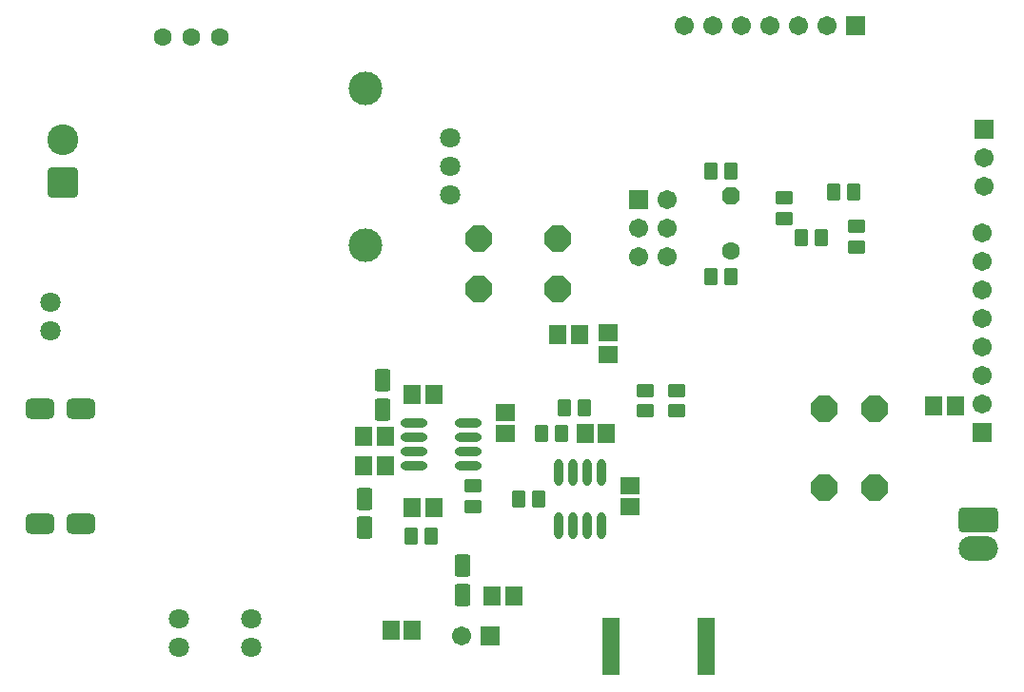
<source format=gbs>
G04 Layer_Color=16711935*
%FSLAX25Y25*%
%MOIN*%
G70*
G01*
G75*
%ADD83R,0.06706X0.05918*%
%ADD84R,0.05918X0.06706*%
%ADD88O,0.13800X0.08800*%
G04:AMPARAMS|DCode=89|XSize=138mil|YSize=88mil|CornerRadius=14mil|HoleSize=0mil|Usage=FLASHONLY|Rotation=0.000|XOffset=0mil|YOffset=0mil|HoleType=Round|Shape=RoundedRectangle|*
%AMROUNDEDRECTD89*
21,1,0.13800,0.06000,0,0,0.0*
21,1,0.11000,0.08800,0,0,0.0*
1,1,0.02800,0.05500,-0.03000*
1,1,0.02800,-0.05500,-0.03000*
1,1,0.02800,-0.05500,0.03000*
1,1,0.02800,0.05500,0.03000*
%
%ADD89ROUNDEDRECTD89*%
%ADD90R,0.06312X0.20485*%
G04:AMPARAMS|DCode=94|XSize=78.87mil|YSize=55.24mil|CornerRadius=9.91mil|HoleSize=0mil|Usage=FLASHONLY|Rotation=90.000|XOffset=0mil|YOffset=0mil|HoleType=Round|Shape=RoundedRectangle|*
%AMROUNDEDRECTD94*
21,1,0.07887,0.03543,0,0,90.0*
21,1,0.05906,0.05524,0,0,90.0*
1,1,0.01981,0.01772,0.02953*
1,1,0.01981,0.01772,-0.02953*
1,1,0.01981,-0.01772,-0.02953*
1,1,0.01981,-0.01772,0.02953*
%
%ADD94ROUNDEDRECTD94*%
G04:AMPARAMS|DCode=102|XSize=63.12mil|YSize=47.37mil|CornerRadius=8.92mil|HoleSize=0mil|Usage=FLASHONLY|Rotation=90.000|XOffset=0mil|YOffset=0mil|HoleType=Round|Shape=RoundedRectangle|*
%AMROUNDEDRECTD102*
21,1,0.06312,0.02953,0,0,90.0*
21,1,0.04528,0.04737,0,0,90.0*
1,1,0.01784,0.01476,0.02264*
1,1,0.01784,0.01476,-0.02264*
1,1,0.01784,-0.01476,-0.02264*
1,1,0.01784,-0.01476,0.02264*
%
%ADD102ROUNDEDRECTD102*%
%ADD105P,0.06832X8X292.5*%
%ADD106C,0.06312*%
%ADD107C,0.11824*%
%ADD108C,0.07099*%
%ADD109R,0.06706X0.06706*%
%ADD110C,0.06706*%
%ADD111P,0.09815X8X112.5*%
%ADD112P,0.09815X8X22.5*%
%ADD113R,0.06706X0.06706*%
G04:AMPARAMS|DCode=114|XSize=108mil|YSize=108mil|CornerRadius=16.5mil|HoleSize=0mil|Usage=FLASHONLY|Rotation=0.000|XOffset=0mil|YOffset=0mil|HoleType=Round|Shape=RoundedRectangle|*
%AMROUNDEDRECTD114*
21,1,0.10800,0.07500,0,0,0.0*
21,1,0.07500,0.10800,0,0,0.0*
1,1,0.03300,0.03750,-0.03750*
1,1,0.03300,-0.03750,-0.03750*
1,1,0.03300,-0.03750,0.03750*
1,1,0.03300,0.03750,0.03750*
%
%ADD114ROUNDEDRECTD114*%
%ADD115C,0.10800*%
G04:AMPARAMS|DCode=116|XSize=102.49mil|YSize=70.99mil|CornerRadius=19.75mil|HoleSize=0mil|Usage=FLASHONLY|Rotation=0.000|XOffset=0mil|YOffset=0mil|HoleType=Round|Shape=RoundedRectangle|*
%AMROUNDEDRECTD116*
21,1,0.10249,0.03150,0,0,0.0*
21,1,0.06299,0.07099,0,0,0.0*
1,1,0.03950,0.03150,-0.01575*
1,1,0.03950,-0.03150,-0.01575*
1,1,0.03950,-0.03150,0.01575*
1,1,0.03950,0.03150,0.01575*
%
%ADD116ROUNDEDRECTD116*%
%ADD117C,0.06800*%
G04:AMPARAMS|DCode=118|XSize=68mil|YSize=68mil|CornerRadius=11.5mil|HoleSize=0mil|Usage=FLASHONLY|Rotation=0.000|XOffset=0mil|YOffset=0mil|HoleType=Round|Shape=RoundedRectangle|*
%AMROUNDEDRECTD118*
21,1,0.06800,0.04500,0,0,0.0*
21,1,0.04500,0.06800,0,0,0.0*
1,1,0.02300,0.02250,-0.02250*
1,1,0.02300,-0.02250,-0.02250*
1,1,0.02300,-0.02250,0.02250*
1,1,0.02300,0.02250,0.02250*
%
%ADD118ROUNDEDRECTD118*%
G04:AMPARAMS|DCode=119|XSize=63.12mil|YSize=47.37mil|CornerRadius=8.92mil|HoleSize=0mil|Usage=FLASHONLY|Rotation=0.000|XOffset=0mil|YOffset=0mil|HoleType=Round|Shape=RoundedRectangle|*
%AMROUNDEDRECTD119*
21,1,0.06312,0.02953,0,0,0.0*
21,1,0.04528,0.04737,0,0,0.0*
1,1,0.01784,0.02264,-0.01476*
1,1,0.01784,-0.02264,-0.01476*
1,1,0.01784,-0.02264,0.01476*
1,1,0.01784,0.02264,0.01476*
%
%ADD119ROUNDEDRECTD119*%
%ADD120O,0.09461X0.03162*%
%ADD121O,0.03162X0.09461*%
D83*
X315500Y262760D02*
D03*
Y270240D02*
D03*
X307900Y323740D02*
D03*
Y316260D02*
D03*
X271900Y295940D02*
D03*
Y288460D02*
D03*
D84*
X222260Y277000D02*
D03*
X229740D02*
D03*
X229740Y287500D02*
D03*
X222260D02*
D03*
X239260Y302000D02*
D03*
X246740D02*
D03*
X267260Y231500D02*
D03*
X274740D02*
D03*
X290260Y323000D02*
D03*
X297740D02*
D03*
X307240Y288500D02*
D03*
X299760D02*
D03*
X239260Y262500D02*
D03*
X246740D02*
D03*
X421960Y298200D02*
D03*
X429440D02*
D03*
X239340Y219400D02*
D03*
X231860D02*
D03*
D88*
X437500Y248000D02*
D03*
D89*
Y258000D02*
D03*
D90*
X308768Y213843D02*
D03*
X342232D02*
D03*
D94*
X257000Y231882D02*
D03*
Y242118D02*
D03*
X229000Y296882D02*
D03*
Y307118D02*
D03*
X222500Y265618D02*
D03*
Y255382D02*
D03*
D102*
X394043Y373000D02*
D03*
X386957D02*
D03*
X375457Y357000D02*
D03*
X382543D02*
D03*
X351043Y380600D02*
D03*
X343957D02*
D03*
X351043Y343600D02*
D03*
X343957D02*
D03*
X299543Y297500D02*
D03*
X292457D02*
D03*
X276457Y265500D02*
D03*
X283543D02*
D03*
X291543Y288500D02*
D03*
X284457D02*
D03*
X238957Y252500D02*
D03*
X246043D02*
D03*
D105*
X351000Y371706D02*
D03*
D106*
Y352494D02*
D03*
X152000Y427500D02*
D03*
X172000D02*
D03*
X162000D02*
D03*
D107*
X223000Y409500D02*
D03*
X222972Y354500D02*
D03*
D108*
X252500Y392000D02*
D03*
Y372000D02*
D03*
Y382059D02*
D03*
X183000Y213500D02*
D03*
Y223500D02*
D03*
X112500Y324500D02*
D03*
Y334500D02*
D03*
X157500Y213500D02*
D03*
Y223500D02*
D03*
D109*
X439000Y288900D02*
D03*
X439500Y395000D02*
D03*
X318500Y370500D02*
D03*
D110*
X439000Y298900D02*
D03*
Y308900D02*
D03*
Y318900D02*
D03*
Y328900D02*
D03*
Y338900D02*
D03*
Y348900D02*
D03*
Y358900D02*
D03*
X439500Y385000D02*
D03*
Y375000D02*
D03*
X256500Y217500D02*
D03*
X318500Y360500D02*
D03*
Y350500D02*
D03*
X328500Y370500D02*
D03*
Y360500D02*
D03*
Y350500D02*
D03*
X334500Y431500D02*
D03*
X344500D02*
D03*
X354500D02*
D03*
X364500D02*
D03*
X384500D02*
D03*
X374500D02*
D03*
D111*
X401158Y269620D02*
D03*
X383442D02*
D03*
X401158Y297180D02*
D03*
X383442D02*
D03*
D112*
X262720Y339142D02*
D03*
Y356858D02*
D03*
X290280Y339142D02*
D03*
Y356858D02*
D03*
D113*
X266500Y217500D02*
D03*
X394500Y431500D02*
D03*
D114*
X117000Y376500D02*
D03*
D115*
Y391500D02*
D03*
D116*
X123366Y297079D02*
D03*
Y256921D02*
D03*
X108799D02*
D03*
Y297079D02*
D03*
D117*
X440000Y248000D02*
D03*
D118*
Y258000D02*
D03*
D119*
X369500Y371043D02*
D03*
Y363957D02*
D03*
X395000Y353957D02*
D03*
Y361043D02*
D03*
X332000Y296457D02*
D03*
Y303543D02*
D03*
X321000D02*
D03*
Y296457D02*
D03*
X260500Y262957D02*
D03*
Y270043D02*
D03*
D120*
X258949Y292000D02*
D03*
Y287000D02*
D03*
Y282000D02*
D03*
Y277000D02*
D03*
X240051Y292000D02*
D03*
Y287000D02*
D03*
Y282000D02*
D03*
Y277000D02*
D03*
D121*
X305500Y256051D02*
D03*
X300500D02*
D03*
X295500D02*
D03*
X290500D02*
D03*
X305500Y274949D02*
D03*
X300500D02*
D03*
X295500D02*
D03*
X290500D02*
D03*
M02*

</source>
